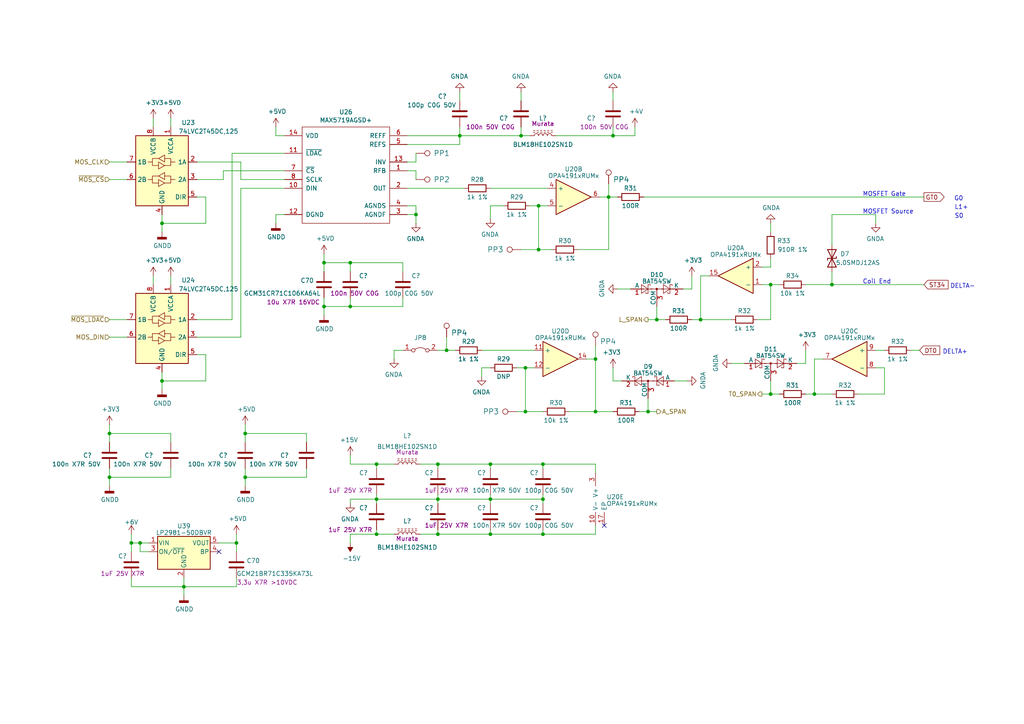
<source format=kicad_sch>
(kicad_sch (version 20230121) (generator eeschema)
  (paper "A4")
  (junction (at 223.52 114.3))
  (junction (at 156.21 72.39))
  (junction (at 236.22 114.3))
  (junction (at 46.99 64.77))
  (junction (at 129.54 101.6))
  (junction (at 172.72 119.38))
  (junction (at 31.75 125.73))
  (junction (at 127 134.62))
  (junction (at 190.5 92.71))
  (junction (at 109.22 144.78))
  (junction (at 172.72 104.14))
  (junction (at 101.6 88.9))
  (junction (at 71.12 138.43))
  (junction (at 31.75 138.43))
  (junction (at 142.24 144.78))
  (junction (at 109.22 134.62))
  (junction (at 40.64 157.48))
  (junction (at 157.48 134.62))
  (junction (at 223.52 82.55))
  (junction (at 142.24 154.94))
  (junction (at 68.58 157.48))
  (junction (at 53.34 170.18))
  (junction (at 93.98 76.2))
  (junction (at 157.48 154.94))
  (junction (at 177.8 39.37))
  (junction (at 127 154.94))
  (junction (at 187.96 119.38))
  (junction (at 93.98 88.9))
  (junction (at 176.53 57.15))
  (junction (at 46.99 110.49))
  (junction (at 109.22 154.94))
  (junction (at 157.48 144.78))
  (junction (at 142.24 134.62))
  (junction (at 152.4 106.68))
  (junction (at 38.1 157.48))
  (junction (at 203.2 92.71))
  (junction (at 101.6 76.2))
  (junction (at 151.13 39.37))
  (junction (at 120.65 62.23))
  (junction (at 127 144.78))
  (junction (at 133.35 39.37))
  (junction (at 152.4 119.38))
  (junction (at 71.12 125.73))
  (junction (at 241.3 82.55))
  (junction (at 156.21 59.69))
  (no_connect (at 175.26 152.4))
  (no_connect (at 63.5 160.02))
  (wire (pts (xy 36.83 92.71) (xy 31.75 92.71)))
  (wire (pts (xy 101.6 76.2) (xy 93.98 76.2)))
  (wire (pts (xy 118.11 49.53) (xy 120.65 49.53)))
  (wire (pts (xy 223.52 92.71) (xy 223.52 82.55)))
  (wire (pts (xy 127 134.62) (xy 121.92 134.62)))
  (wire (pts (xy 223.52 82.55) (xy 226.06 82.55)))
  (wire (pts (xy 256.54 106.68) (xy 254 106.68)))
  (wire (pts (xy 93.98 88.9) (xy 93.98 86.36)))
  (wire (pts (xy 71.12 125.73) (xy 71.12 123.19)))
  (wire (pts (xy 142.24 134.62) (xy 127 134.62)))
  (wire (pts (xy 64.77 52.07) (xy 57.15 52.07)))
  (wire (pts (xy 184.15 36.83) (xy 184.15 39.37)))
  (wire (pts (xy 109.22 154.94) (xy 114.3 154.94)))
  (wire (pts (xy 46.99 110.49) (xy 59.69 110.49)))
  (wire (pts (xy 46.99 67.31) (xy 46.99 64.77)))
  (wire (pts (xy 31.75 138.43) (xy 31.75 135.89)))
  (wire (pts (xy 68.58 170.18) (xy 68.58 167.64)))
  (wire (pts (xy 38.1 167.64) (xy 38.1 170.18)))
  (wire (pts (xy 49.53 125.73) (xy 31.75 125.73)))
  (wire (pts (xy 109.22 135.89) (xy 109.22 134.62)))
  (wire (pts (xy 241.3 114.3) (xy 236.22 114.3)))
  (wire (pts (xy 146.05 59.69) (xy 142.24 59.69)))
  (wire (pts (xy 88.9 138.43) (xy 88.9 135.89)))
  (wire (pts (xy 142.24 59.69) (xy 142.24 63.5)))
  (wire (pts (xy 142.24 135.89) (xy 142.24 134.62)))
  (wire (pts (xy 82.55 52.07) (xy 69.85 52.07)))
  (wire (pts (xy 120.65 49.53) (xy 120.65 52.07)))
  (wire (pts (xy 176.53 57.15) (xy 173.99 57.15)))
  (wire (pts (xy 40.64 160.02) (xy 40.64 157.48)))
  (wire (pts (xy 200.66 92.71) (xy 203.2 92.71)))
  (wire (pts (xy 120.65 46.99) (xy 120.65 44.45)))
  (wire (pts (xy 129.54 101.6) (xy 132.08 101.6)))
  (wire (pts (xy 118.11 41.91) (xy 133.35 41.91)))
  (wire (pts (xy 223.52 92.71) (xy 219.71 92.71)))
  (wire (pts (xy 158.75 54.61) (xy 142.24 54.61)))
  (wire (pts (xy 200.66 83.82) (xy 198.12 83.82)))
  (wire (pts (xy 133.35 39.37) (xy 133.35 36.83)))
  (wire (pts (xy 129.54 101.6) (xy 129.54 97.79)))
  (wire (pts (xy 172.72 134.62) (xy 172.72 137.16)))
  (wire (pts (xy 118.11 62.23) (xy 120.65 62.23)))
  (wire (pts (xy 71.12 140.97) (xy 71.12 138.43)))
  (wire (pts (xy 71.12 138.43) (xy 71.12 135.89)))
  (wire (pts (xy 127 144.78) (xy 142.24 144.78)))
  (wire (pts (xy 127 154.94) (xy 142.24 154.94)))
  (wire (pts (xy 67.31 44.45) (xy 82.55 44.45)))
  (wire (pts (xy 156.21 59.69) (xy 153.67 59.69)))
  (wire (pts (xy 152.4 119.38) (xy 152.4 106.68)))
  (wire (pts (xy 142.24 153.67) (xy 142.24 154.94)))
  (wire (pts (xy 53.34 172.72) (xy 53.34 170.18)))
  (wire (pts (xy 121.92 154.94) (xy 127 154.94)))
  (wire (pts (xy 172.72 119.38) (xy 172.72 104.14)))
  (wire (pts (xy 101.6 154.94) (xy 109.22 154.94)))
  (wire (pts (xy 233.68 82.55) (xy 241.3 82.55)))
  (wire (pts (xy 109.22 153.67) (xy 109.22 154.94)))
  (wire (pts (xy 101.6 157.48) (xy 101.6 154.94)))
  (wire (pts (xy 31.75 97.79) (xy 36.83 97.79)))
  (wire (pts (xy 69.85 46.99) (xy 57.15 46.99)))
  (wire (pts (xy 116.84 76.2) (xy 101.6 76.2)))
  (wire (pts (xy 44.45 34.29) (xy 44.45 36.83)))
  (wire (pts (xy 80.01 62.23) (xy 82.55 62.23)))
  (wire (pts (xy 172.72 152.4) (xy 172.72 154.94)))
  (wire (pts (xy 157.48 144.78) (xy 157.48 143.51)))
  (wire (pts (xy 142.24 106.68) (xy 139.7 106.68)))
  (wire (pts (xy 118.11 59.69) (xy 120.65 59.69)))
  (wire (pts (xy 57.15 92.71) (xy 67.31 92.71)))
  (wire (pts (xy 254 101.6) (xy 256.54 101.6)))
  (wire (pts (xy 31.75 140.97) (xy 31.75 138.43)))
  (wire (pts (xy 190.5 119.38) (xy 187.96 119.38)))
  (wire (pts (xy 254 62.23) (xy 241.3 62.23)))
  (wire (pts (xy 68.58 157.48) (xy 63.5 157.48)))
  (wire (pts (xy 177.8 39.37) (xy 184.15 39.37)))
  (wire (pts (xy 152.4 119.38) (xy 149.86 119.38)))
  (wire (pts (xy 40.64 157.48) (xy 43.18 157.48)))
  (wire (pts (xy 236.22 104.14) (xy 238.76 104.14)))
  (wire (pts (xy 127 101.6) (xy 129.54 101.6)))
  (wire (pts (xy 139.7 106.68) (xy 139.7 109.22)))
  (wire (pts (xy 64.77 49.53) (xy 64.77 52.07)))
  (wire (pts (xy 82.55 54.61) (xy 69.85 54.61)))
  (wire (pts (xy 152.4 106.68) (xy 154.94 106.68)))
  (wire (pts (xy 133.35 39.37) (xy 118.11 39.37)))
  (wire (pts (xy 46.99 110.49) (xy 46.99 107.95)))
  (wire (pts (xy 186.69 57.15) (xy 267.97 57.15)))
  (wire (pts (xy 109.22 134.62) (xy 114.3 134.62)))
  (wire (pts (xy 241.3 82.55) (xy 267.97 82.55)))
  (wire (pts (xy 46.99 64.77) (xy 59.69 64.77)))
  (wire (pts (xy 127 143.51) (xy 127 144.78)))
  (wire (pts (xy 212.09 105.41) (xy 215.9 105.41)))
  (wire (pts (xy 38.1 170.18) (xy 53.34 170.18)))
  (wire (pts (xy 67.31 44.45) (xy 67.31 92.71)))
  (wire (pts (xy 167.64 72.39) (xy 176.53 72.39)))
  (wire (pts (xy 80.01 39.37) (xy 80.01 36.83)))
  (wire (pts (xy 31.75 138.43) (xy 49.53 138.43)))
  (wire (pts (xy 256.54 114.3) (xy 256.54 106.68)))
  (wire (pts (xy 165.1 119.38) (xy 172.72 119.38)))
  (wire (pts (xy 177.8 29.21) (xy 177.8 26.67)))
  (wire (pts (xy 179.07 83.82) (xy 182.88 83.82)))
  (wire (pts (xy 109.22 144.78) (xy 127 144.78)))
  (wire (pts (xy 157.48 153.67) (xy 157.48 154.94)))
  (wire (pts (xy 203.2 92.71) (xy 203.2 80.01)))
  (wire (pts (xy 233.68 101.6) (xy 233.68 105.41)))
  (wire (pts (xy 93.98 76.2) (xy 93.98 73.66)))
  (wire (pts (xy 254 62.23) (xy 254 64.77)))
  (wire (pts (xy 43.18 160.02) (xy 40.64 160.02)))
  (wire (pts (xy 152.4 106.68) (xy 149.86 106.68)))
  (wire (pts (xy 157.48 144.78) (xy 142.24 144.78)))
  (wire (pts (xy 120.65 64.77) (xy 120.65 62.23)))
  (wire (pts (xy 109.22 143.51) (xy 109.22 144.78)))
  (wire (pts (xy 172.72 104.14) (xy 172.72 100.33)))
  (wire (pts (xy 59.69 110.49) (xy 59.69 102.87)))
  (wire (pts (xy 101.6 78.74) (xy 101.6 76.2)))
  (wire (pts (xy 101.6 88.9) (xy 116.84 88.9)))
  (wire (pts (xy 151.13 39.37) (xy 133.35 39.37)))
  (wire (pts (xy 177.8 39.37) (xy 177.8 36.83)))
  (wire (pts (xy 31.75 46.99) (xy 36.83 46.99)))
  (wire (pts (xy 157.48 134.62) (xy 172.72 134.62)))
  (wire (pts (xy 93.98 76.2) (xy 93.98 78.74)))
  (wire (pts (xy 127 135.89) (xy 127 134.62)))
  (wire (pts (xy 53.34 170.18) (xy 68.58 170.18)))
  (wire (pts (xy 127 146.05) (xy 127 144.78)))
  (wire (pts (xy 38.1 157.48) (xy 40.64 157.48)))
  (wire (pts (xy 223.52 67.31) (xy 223.52 64.77)))
  (wire (pts (xy 82.55 39.37) (xy 80.01 39.37)))
  (wire (pts (xy 187.96 119.38) (xy 185.42 119.38)))
  (wire (pts (xy 36.83 52.07) (xy 31.75 52.07)))
  (wire (pts (xy 187.96 92.71) (xy 190.5 92.71)))
  (wire (pts (xy 212.09 92.71) (xy 203.2 92.71)))
  (wire (pts (xy 200.66 80.01) (xy 200.66 83.82)))
  (wire (pts (xy 151.13 29.21) (xy 151.13 26.67)))
  (wire (pts (xy 152.4 119.38) (xy 157.48 119.38)))
  (wire (pts (xy 114.3 101.6) (xy 114.3 104.14)))
  (wire (pts (xy 68.58 154.94) (xy 68.58 157.48)))
  (wire (pts (xy 133.35 29.21) (xy 133.35 26.67)))
  (wire (pts (xy 88.9 128.27) (xy 88.9 125.73)))
  (wire (pts (xy 116.84 101.6) (xy 114.3 101.6)))
  (wire (pts (xy 176.53 57.15) (xy 176.53 53.34)))
  (wire (pts (xy 176.53 72.39) (xy 176.53 57.15)))
  (wire (pts (xy 142.24 144.78) (xy 142.24 143.51)))
  (wire (pts (xy 38.1 160.02) (xy 38.1 157.48)))
  (wire (pts (xy 109.22 144.78) (xy 109.22 146.05)))
  (wire (pts (xy 118.11 46.99) (xy 120.65 46.99)))
  (wire (pts (xy 101.6 134.62) (xy 109.22 134.62)))
  (wire (pts (xy 31.75 128.27) (xy 31.75 125.73)))
  (wire (pts (xy 53.34 167.64) (xy 53.34 170.18)))
  (wire (pts (xy 101.6 146.05) (xy 101.6 144.78)))
  (wire (pts (xy 80.01 64.77) (xy 80.01 62.23)))
  (wire (pts (xy 38.1 154.94) (xy 38.1 157.48)))
  (wire (pts (xy 172.72 104.14) (xy 170.18 104.14)))
  (wire (pts (xy 203.2 80.01) (xy 205.74 80.01)))
  (wire (pts (xy 190.5 88.9) (xy 190.5 92.71)))
  (wire (pts (xy 223.52 82.55) (xy 220.98 82.55)))
  (wire (pts (xy 93.98 88.9) (xy 101.6 88.9)))
  (wire (pts (xy 133.35 41.91) (xy 133.35 39.37)))
  (wire (pts (xy 68.58 160.02) (xy 68.58 157.48)))
  (wire (pts (xy 233.68 114.3) (xy 236.22 114.3)))
  (wire (pts (xy 57.15 97.79) (xy 69.85 97.79)))
  (wire (pts (xy 49.53 80.01) (xy 49.53 82.55)))
  (wire (pts (xy 157.48 146.05) (xy 157.48 144.78)))
  (wire (pts (xy 220.98 77.47) (xy 223.52 77.47)))
  (wire (pts (xy 223.52 110.49) (xy 223.52 114.3)))
  (wire (pts (xy 116.84 88.9) (xy 116.84 86.36)))
  (wire (pts (xy 59.69 102.87) (xy 57.15 102.87)))
  (wire (pts (xy 241.3 71.12) (xy 241.3 62.23)))
  (wire (pts (xy 156.21 59.69) (xy 158.75 59.69)))
  (wire (pts (xy 88.9 125.73) (xy 71.12 125.73)))
  (wire (pts (xy 157.48 134.62) (xy 157.48 135.89)))
  (wire (pts (xy 172.72 119.38) (xy 177.8 119.38)))
  (wire (pts (xy 142.24 154.94) (xy 157.48 154.94)))
  (wire (pts (xy 139.7 101.6) (xy 154.94 101.6)))
  (wire (pts (xy 82.55 49.53) (xy 64.77 49.53)))
  (wire (pts (xy 116.84 78.74) (xy 116.84 76.2)))
  (wire (pts (xy 177.8 106.68) (xy 177.8 110.49)))
  (wire (pts (xy 101.6 88.9) (xy 101.6 86.36)))
  (wire (pts (xy 59.69 64.77) (xy 59.69 57.15)))
  (wire (pts (xy 46.99 64.77) (xy 46.99 62.23)))
  (wire (pts (xy 223.52 77.47) (xy 223.52 74.93)))
  (wire (pts (xy 59.69 57.15) (xy 57.15 57.15)))
  (wire (pts (xy 49.53 138.43) (xy 49.53 135.89)))
  (wire (pts (xy 199.39 110.49) (xy 195.58 110.49)))
  (wire (pts (xy 156.21 72.39) (xy 151.13 72.39)))
  (wire (pts (xy 179.07 57.15) (xy 176.53 57.15)))
  (wire (pts (xy 69.85 97.79) (xy 69.85 54.61)))
  (wire (pts (xy 156.21 72.39) (xy 160.02 72.39)))
  (wire (pts (xy 264.16 101.6) (xy 266.7 101.6)))
  (wire (pts (xy 101.6 144.78) (xy 109.22 144.78)))
  (wire (pts (xy 220.98 114.3) (xy 223.52 114.3)))
  (wire (pts (xy 161.29 39.37) (xy 177.8 39.37)))
  (wire (pts (xy 223.52 114.3) (xy 226.06 114.3)))
  (wire (pts (xy 69.85 52.07) (xy 69.85 46.99)))
  (wire (pts (xy 120.65 62.23) (xy 120.65 59.69)))
  (wire (pts (xy 44.45 80.01) (xy 44.45 82.55)))
  (wire (pts (xy 187.96 115.57) (xy 187.96 119.38)))
  (wire (pts (xy 49.53 128.27) (xy 49.53 125.73)))
  (wire (pts (xy 46.99 113.03) (xy 46.99 110.49)))
  (wire (pts (xy 151.13 39.37) (xy 151.13 36.83)))
  (wire (pts (xy 71.12 128.27) (xy 71.12 125.73)))
  (wire (pts (xy 190.5 92.71) (xy 193.04 92.71)))
  (wire (pts (xy 93.98 91.44) (xy 93.98 88.9)))
  (wire (pts (xy 142.24 144.78) (xy 142.24 146.05)))
  (wire (pts (xy 127 153.67) (xy 127 154.94)))
  (wire (pts (xy 177.8 110.49) (xy 180.34 110.49)))
  (wire (pts (xy 157.48 154.94) (xy 172.72 154.94)))
  (wire (pts (xy 153.67 39.37) (xy 151.13 39.37)))
  (wire (pts (xy 233.68 105.41) (xy 231.14 105.41)))
  (wire (pts (xy 101.6 132.08) (xy 101.6 134.62)))
  (wire (pts (xy 31.75 125.73) (xy 31.75 123.19)))
  (wire (pts (xy 71.12 138.43) (xy 88.9 138.43)))
  (wire (pts (xy 241.3 78.74) (xy 241.3 82.55)))
  (wire (pts (xy 49.53 34.29) (xy 49.53 36.83)))
  (wire (pts (xy 248.92 114.3) (xy 256.54 114.3)))
  (wire (pts (xy 134.62 54.61) (xy 118.11 54.61)))
  (wire (pts (xy 236.22 114.3) (xy 236.22 104.14)))
  (wire (pts (xy 156.21 72.39) (xy 156.21 59.69)))
  (wire (pts (xy 142.24 134.62) (xy 157.48 134.62)))
  (text "MOSFET Gate" (at 250.19 57.15 0) (effects (font (size 1.27 1.27)) (justify left bottom)))
  (text "MOSFET Source" (at 250.19 62.23 0) (effects (font (size 1.27 1.27)) (justify left bottom)))
  (text "G0" (at 279.4 58.42 0) (effects (font (size 1.27 1.27)) (justify right bottom)))
  (text "L1+" (at 276.86 60.96 0) (effects (font (size 1.27 1.27)) (justify left bottom)))
  (text "DELTA-" (at 275.59 83.82 0) (effects (font (size 1.27 1.27)) (justify left bottom)))
  (text "DELTA+" (at 280.67 102.87 0) (effects (font (size 1.27 1.27)) (justify right bottom)))
  (text "Coil End" (at 250.19 82.55 0) (effects (font (size 1.27 1.27)) (justify left bottom)))
  (text "S0" (at 276.86 63.5 0) (effects (font (size 1.27 1.27)) (justify left bottom)))
  (global_label "GT0" (shape output) (at 267.97 57.15 0) (property "Intersheetrefs" "${INTERSHEET_REFS}" (effects hide)))
  (global_label "DT0" (shape input) (at 266.7 101.6 0) (property "Intersheetrefs" "${INTERSHEET_REFS}" (effects hide)))
  (global_label "ST34" (shape input) (at 267.97 82.55 0) (property "Intersheetrefs" "${INTERSHEET_REFS}" (effects hide)))
  (hierarchical_label "MOS_DIN" (shape input) (at 31.75 97.79 180))
  (hierarchical_label "MOS_CLK" (shape input) (at 31.75 46.99 180))
  (hierarchical_label "A_SPAN" (shape output) (at 190.5 119.38 0))
  (hierarchical_label "T0_SPAN" (shape output) (at 220.98 114.3 180))
  (hierarchical_label "L_SPAN" (shape output) (at 187.96 92.71 180))
  (hierarchical_label "~{MOS_LDAC}" (shape input) (at 31.75 92.71 180))
  (hierarchical_label "~{MOS_CS}" (shape input) (at 31.75 52.07 180))
  (symbol (lib_id "Device:R") (at 138.43 54.61 270) (unit 1)
    (property "Reference" "R28" (at 138.43 52.07 90))
    (property "Value" "1k 1%" (at 138.43 57.15 90))
    (property "Footprint" "ff_lib_7:R_0603_ff" (effects hide))
  )
  (symbol (lib_id "Logic_LevelTranslator:74LVC2T45DC") (at 46.99 49.53 0) (mirror y) (unit 1)
    (property "Reference" "U23" (at 54.61 35.56 0))
    (property "Value" "74LVC2T45DC,125 " (at 60.96 38.1 0))
    (property "Footprint" "Package_SO:VSSOP-8_2.3x2mm_P0.5mm" (effects hide))
    (property "Datasheet" "https://assets.nexperia.com/documents/data-sheet/74LVC_LVCH2T45.pdf" (effects hide))
  )
  (symbol (lib_id "power:GNDD") (at 46.99 67.31 0) (unit 1)
    (property "Reference" "#PWR095" (effects hide))
    (property "Value" "GNDD" (at 47.117 71.2724 0))
  )
  (symbol (lib_id "power:+3V3") (at 44.45 34.29 0) (unit 1)
    (property "Reference" "#PWR092" (effects hide))
    (property "Value" "+3V3" (at 44.831 29.7942 0))
  )
  (symbol (lib_id "Logic_LevelTranslator:74LVC2T45DC") (at 46.99 95.25 0) (mirror y) (unit 1)
    (property "Reference" "U24" (at 54.61 81.28 0))
    (property "Value" "74LVC2T45DC,125 " (at 60.96 83.82 0))
    (property "Footprint" "Package_SO:VSSOP-8_2.3x2mm_P0.5mm" (effects hide))
    (property "Datasheet" "https://assets.nexperia.com/documents/data-sheet/74LVC_LVCH2T45.pdf" (effects hide))
  )
  (symbol (lib_id "power:GNDD") (at 46.99 113.03 0) (unit 1)
    (property "Reference" "#PWR096" (effects hide))
    (property "Value" "GNDD" (at 47.117 116.9924 0))
  )
  (symbol (lib_id "power:+3V3") (at 44.45 80.01 0) (unit 1)
    (property "Reference" "#PWR093" (effects hide))
    (property "Value" "+3V3" (at 44.831 75.5142 0))
  )
  (symbol (lib_id "ff:MAX5719AGSD+") (at 100.33 49.53 0) (unit 1)
    (property "Reference" "U26" (at 100.33 32.4866 0))
    (property "Value" "MAX5719AGSD+" (at 100.33 34.8488 0))
    (property "Footprint" "Package_SO:SOIC-14_3.9x8.7mm_P1.27mm" (effects hide))
    (property "Datasheet" "https://datasheets.maximintegrated.com/en/ds/MAX5717-MAX5719.pdf" (effects hide))
  )
  (symbol (lib_id "power:GNDD") (at 80.01 64.77 0) (unit 1)
    (property "Reference" "#PWR0104" (effects hide))
    (property "Value" "GNDD" (at 80.137 68.7324 0))
  )
  (symbol (lib_id "power:+3V3") (at 31.75 123.19 0) (unit 1)
    (property "Reference" "#PWR090" (effects hide))
    (property "Value" "+3V3" (at 32.131 118.6942 0))
    (instances (project "c100AvA" (path "" (reference "#PWR090") (unit 1)) (path "" (reference "#PWR?") (unit 1))) (project "current3x3A_Artiq" (path "" (reference "#PWR090") (unit 1))))
  )
  (symbol (lib_id "power:GNDD") (at 31.75 140.97 0) (unit 1)
    (property "Reference" "#PWR091" (effects hide))
    (property "Value" "GNDD" (at 31.877 144.9324 0))
    (instances (project "c100AvA" (path "" (reference "#PWR091") (unit 1)) (path "" (reference "#PWR?") (unit 1))) (project "current3x3A_Artiq" (path "" (reference "#PWR091") (unit 1))))
  )
  (symbol (lib_id "Device:C") (at 31.75 132.08 180) (unit 1)
    (property "Reference" "C?" (at 26.67 132.08 0) (effects (justify left)))
    (property "Value" "100n X7R 50V" (at 29.21 134.62 0) (effects (justify left)))
    (property "Footprint" "Capacitor_SMD:C_0603_1608Metric" (effects hide))
    (instances (project "c100AvA" (path "" (reference "C?") (unit 1)) (path "" (reference "C64") (unit 1)) (path "" (reference "C?") (unit 1)) (path "" (reference "C?") (unit 1))) (project "current3x3A_Artiq" (path "" (reference "C?") (unit 1))))
  )
  (symbol (lib_id "power:+5VD") (at 49.53 34.29 0) (unit 1)
    (property "Reference" "#PWR097" (effects hide))
    (property "Value" "+5VD" (at 49.911 29.7942 0))
  )
  (symbol (lib_id "power:+5VD") (at 49.53 80.01 0) (unit 1)
    (property "Reference" "#PWR098" (effects hide))
    (property "Value" "+5VD" (at 49.911 75.5142 0))
  )
  (symbol (lib_id "Device:C") (at 109.22 139.7 0) (unit 1)
    (property "Reference" "C?" (at 104.14 137.16 0) (effects (justify left)))
    (property "Value" "GCM188R71E105KA64J" (effects hide))
    (property "Footprint" "Capacitor_SMD:C_0603_1608Metric" (effects hide))
    (property "Comm" "1uF 25V X7R" (at 101.6 142.24 0))
    (instances (project "c100AvA" (path "" (reference "C?") (unit 1)) (path "" (reference "C72") (unit 1)) (path "" (reference "C?") (unit 1))) (project "current3x3A_Artiq" (path "" (reference "C?") (unit 1))))
  )
  (symbol (lib_id "Device:C") (at 109.22 149.86 0) (mirror x) (unit 1)
    (property "Reference" "C?" (at 104.14 147.32 0) (effects (justify left)))
    (property "Value" "GCM188R71E105KA64J" (effects hide))
    (property "Footprint" "Capacitor_SMD:C_0603_1608Metric" (effects hide))
    (property "Comm" "1uF 25V X7R" (at 101.6 153.67 0))
    (instances (project "c100AvA" (path "" (reference "C?") (unit 1)) (path "" (reference "C73") (unit 1)) (path "" (reference "C?") (unit 1))) (project "current3x3A_Artiq" (path "" (reference "C?") (unit 1))))
  )
  (symbol (lib_id "power:GNDA") (at 101.6 146.05 0) (mirror y) (unit 1)
    (property "Reference" "#PWR?" (effects hide))
    (property "Value" "GNDA" (at 101.473 150.5458 0))
    (instances (project "c100AvA" (path "" (reference "#PWR?") (unit 1)) (path "" (reference "#PWR0108") (unit 1)) (path "" (reference "#PWR?") (unit 1))) (project "current3x3A_Artiq" (path "" (reference "#PWR?") (unit 1))))
  )
  (symbol (lib_id "power:+15V") (at 101.6 132.08 0) (mirror y) (unit 1)
    (property "Reference" "#PWR?" (effects hide))
    (property "Value" "+15V" (at 101.219 127.5842 0))
    (instances (project "c100AvA" (path "" (reference "#PWR?") (unit 1)) (path "" (reference "#PWR0107") (unit 1)) (path "" (reference "#PWR?") (unit 1))) (project "current3x3A_Artiq" (path "" (reference "#PWR?") (unit 1))))
  )
  (symbol (lib_id "power:-15V") (at 101.6 157.48 0) (mirror x) (unit 1)
    (property "Reference" "#PWR?" (effects hide))
    (property "Value" "-15V" (at 101.981 161.9758 0))
    (instances (project "c100AvA" (path "" (reference "#PWR?") (unit 1)) (path "" (reference "#PWR0109") (unit 1)) (path "" (reference "#PWR?") (unit 1))) (project "current3x3A_Artiq" (path "" (reference "#PWR?") (unit 1))))
  )
  (symbol (lib_id "Device:C") (at 151.13 33.02 0) (mirror x) (unit 1)
    (property "Reference" "C?" (at 144.78 34.29 0) (effects (justify left)))
    (property "Value" "GRM31C5C1H104JA01L" (effects hide))
    (property "Footprint" "Capacitor_SMD:C_1206_3216Metric" (effects hide))
    (property "Comm" "100n 50V C0G" (at 142.24 36.83 0))
    (instances (project "c100AvA" (path "" (reference "C?") (unit 1)) (path "" (reference "C80") (unit 1)) (path "" (reference "C?") (unit 1)) (path "" (reference "C?") (unit 1))) (project "current3x3A_Artiq" (path "" (reference "C?") (unit 1))))
  )
  (symbol (lib_id "Device:C") (at 133.35 33.02 0) (unit 1)
    (property "Reference" "C?" (at 127 27.94 0) (effects (justify left)))
    (property "Value" "100p C0G 50V" (at 118.11 30.48 0) (effects (justify left)))
    (property "Footprint" "Capacitor_SMD:C_0603_1608Metric" (effects hide))
    (instances (project "c100AvA" (path "" (reference "C?") (unit 1)) (path "" (reference "C75") (unit 1)) (path "" (reference "C?") (unit 1)) (path "" (reference "C?") (unit 1))) (project "current3x3A_Artiq" (path "" (reference "C?") (unit 1))))
  )
  (symbol (lib_id "power:GNDA") (at 151.13 26.67 180) (unit 1)
    (property "Reference" "#PWR0113" (effects hide))
    (property "Value" "GNDA" (at 151.003 22.1742 0))
  )
  (symbol (lib_id "power:GNDA") (at 133.35 26.67 180) (unit 1)
    (property "Reference" "#PWR0111" (effects hide))
    (property "Value" "GNDA" (at 133.223 22.1742 0))
  )
  (symbol (lib_id "Device:C") (at 177.8 33.02 0) (mirror x) (unit 1)
    (property "Reference" "C?" (at 170.18 34.29 0) (effects (justify left)))
    (property "Value" "GRM31C5C1H104JA01L" (effects hide))
    (property "Footprint" "Capacitor_SMD:C_1206_3216Metric" (effects hide))
    (property "Comm" "100n 50V C0G" (at 175.26 36.83 0))
    (instances (project "c100AvA" (path "" (reference "C?") (unit 1)) (path "" (reference "C84") (unit 1)) (path "" (reference "C?") (unit 1)) (path "" (reference "C?") (unit 1))) (project "current3x3A_Artiq" (path "" (reference "C?") (unit 1))))
  )
  (symbol (lib_id "power:GNDA") (at 177.8 26.67 180) (unit 1)
    (property "Reference" "#PWR0115" (effects hide))
    (property "Value" "GNDA" (at 177.673 22.1742 0))
  )
  (symbol (lib_id "power:+4V") (at 184.15 36.83 0) (unit 1)
    (property "Reference" "#PWR0116" (effects hide))
    (property "Value" "+4V" (at 184.531 32.3342 0))
  )
  (symbol (lib_id "power:GNDA") (at 120.65 64.77 0) (mirror y) (unit 1)
    (property "Reference" "#PWR0110" (effects hide))
    (property "Value" "GNDA" (at 120.523 69.2658 0))
  )
  (symbol (lib_id "Device:R") (at 163.83 72.39 270) (unit 1)
    (property "Reference" "R30" (at 163.83 69.85 90))
    (property "Value" "1k 1%" (at 163.83 74.93 90))
    (property "Footprint" "ff_lib_7:R_0603_ff" (effects hide))
  )
  (symbol (lib_id "Device:R") (at 149.86 59.69 270) (unit 1)
    (property "Reference" "R29" (at 149.86 57.15 90))
    (property "Value" "1k 1%" (at 149.86 62.23 90))
    (property "Footprint" "ff_lib_7:R_0603_ff" (effects hide))
  )
  (symbol (lib_id "power:GNDA") (at 142.24 63.5 0) (mirror y) (unit 1)
    (property "Reference" "#PWR?" (effects hide))
    (property "Value" "GNDA" (at 142.113 67.9958 0))
    (instances (project "c100AvA" (path "" (reference "#PWR?") (unit 1)) (path "" (reference "#PWR0112") (unit 1)) (path "" (reference "#PWR?") (unit 1))) (project "current3x3A_Artiq" (path "" (reference "#PWR?") (unit 1))))
  )
  (symbol (lib_id "Device:C") (at 49.53 132.08 180) (unit 1)
    (property "Reference" "C?" (at 44.45 132.08 0) (effects (justify left)))
    (property "Value" "100n X7R 50V" (at 46.99 134.62 0) (effects (justify left)))
    (property "Footprint" "Capacitor_SMD:C_0603_1608Metric" (effects hide))
    (instances (project "c100AvA" (path "" (reference "C?") (unit 1)) (path "" (reference "C66") (unit 1)) (path "" (reference "C?") (unit 1)) (path "" (reference "C?") (unit 1))) (project "current3x3A_Artiq" (path "" (reference "C?") (unit 1))))
  )
  (symbol (lib_id "Device:R") (at 215.9 92.71 90) (mirror x) (unit 1)
    (property "Reference" "R32" (at 215.9 90.17 90))
    (property "Value" "1k 1%" (at 215.9 95.25 90))
    (property "Footprint" "ff_lib_7:R_0603_ff" (effects hide))
  )
  (symbol (lib_id "Device:R") (at 182.88 57.15 270) (unit 1)
    (property "Reference" "R31" (at 182.88 54.61 90))
    (property "Value" "100R" (at 182.88 59.69 90))
    (property "Footprint" "Resistor_SMD:R_0805_2012Metric" (effects hide))
  )
  (symbol (lib_id "Device:D_TVS") (at 241.3 74.93 90) (mirror x) (unit 1)
    (property "Reference" "D7" (at 246.38 73.66 90) (effects (justify left)))
    (property "Value" "5.0SMDJ12AS" (at 255.27 76.2 90) (effects (justify left)))
    (property "Footprint" "Diode_SMD:D_SMC" (effects hide))
  )
  (symbol (lib_id "power:GNDA") (at 254 64.77 0) (mirror y) (unit 1)
    (property "Reference" "#PWR0118" (effects hide))
    (property "Value" "GNDA" (at 253.873 69.2658 0))
  )
  (symbol (lib_id "Device:R") (at 229.87 82.55 90) (mirror x) (unit 1)
    (property "Reference" "R34" (at 229.87 80.01 90))
    (property "Value" "10k 1%" (at 229.87 85.09 90))
    (property "Footprint" "ff_lib_7:R_0603_ff" (effects hide))
  )
  (symbol (lib_id "Device:C") (at 142.24 149.86 180) (unit 1)
    (property "Reference" "C?" (at 140.97 147.32 0) (effects (justify left)))
    (property "Value" "100n X7R 50V" (at 151.13 152.4 0) (effects (justify left)))
    (property "Footprint" "Capacitor_SMD:C_0603_1608Metric" (effects hide))
    (instances (project "c100AvA" (path "" (reference "C?") (unit 1)) (path "" (reference "C79") (unit 1)) (path "" (reference "C?") (unit 1)) (path "" (reference "C?") (unit 1))) (project "current3x3A_Artiq" (path "" (reference "C?") (unit 1))))
  )
  (symbol (lib_id "Device:C") (at 142.24 139.7 180) (unit 1)
    (property "Reference" "C?" (at 140.97 137.16 0) (effects (justify left)))
    (property "Value" "100n X7R 50V" (at 151.13 142.24 0) (effects (justify left)))
    (property "Footprint" "Capacitor_SMD:C_0603_1608Metric" (effects hide))
    (instances (project "c100AvA" (path "" (reference "C?") (unit 1)) (path "" (reference "C78") (unit 1)) (path "" (reference "C?") (unit 1)) (path "" (reference "C?") (unit 1))) (project "current3x3A_Artiq" (path "" (reference "C?") (unit 1))))
  )
  (symbol (lib_id "Device:C") (at 157.48 149.86 0) (mirror y) (unit 1)
    (property "Reference" "C?" (at 156.21 147.32 0) (effects (justify left)))
    (property "Value" "100p C0G 50V" (at 166.37 152.4 0) (effects (justify left)))
    (property "Footprint" "Capacitor_SMD:C_0603_1608Metric" (effects hide))
    (instances (project "c100AvA" (path "" (reference "C?") (unit 1)) (path "" (reference "C82") (unit 1)) (path "" (reference "C?") (unit 1)) (path "" (reference "C?") (unit 1))) (project "current3x3A_Artiq" (path "" (reference "C?") (unit 1))))
  )
  (symbol (lib_id "Device:C") (at 157.48 139.7 0) (mirror y) (unit 1)
    (property "Reference" "C?" (at 156.21 137.16 0) (effects (justify left)))
    (property "Value" "100p C0G 50V" (at 166.37 142.24 0) (effects (justify left)))
    (property "Footprint" "Capacitor_SMD:C_0603_1608Metric" (effects hide))
    (instances (project "c100AvA" (path "" (reference "C?") (unit 1)) (path "" (reference "C81") (unit 1)) (path "" (reference "C?") (unit 1)) (path "" (reference "C?") (unit 1))) (project "current3x3A_Artiq" (path "" (reference "C?") (unit 1))))
  )
  (symbol (lib_id "c100AvA-rescue:L_Core_Ferrite-Device") (at 118.11 154.94 270) (mirror x) (unit 1)
    (property "Reference" "L?" (at 118.11 151.13 90))
    (property "Value" "BLM18HE102SN1D" (at 118.11 158.75 90))
    (property "Footprint" "Inductor_SMD:L_0603_1608Metric" (effects hide))
    (property "Comm" "Murata" (at 118.11 156.21 90))
    (instances (project "c100AvA" (path "" (reference "L?") (unit 1)) (path "" (reference "L7") (unit 1)) (path "" (reference "L?") (unit 1))) (project "current3x3A_Artiq" (path "" (reference "L?") (unit 1))))
  )
  (symbol (lib_id "c100AvA-rescue:L_Core_Ferrite-Device") (at 118.11 134.62 270) (mirror x) (unit 1)
    (property "Reference" "L?" (at 118.11 126.4158 90))
    (property "Value" "BLM18HE102SN1D" (at 118.11 129.54 90))
    (property "Footprint" "Inductor_SMD:L_0603_1608Metric" (effects hide))
    (property "Comm" "Murata" (at 118.11 131.1402 90))
    (instances (project "c100AvA" (path "" (reference "L?") (unit 1)) (path "" (reference "L6") (unit 1)) (path "" (reference "L?") (unit 1))) (project "current3x3A_Artiq" (path "" (reference "L?") (unit 1))))
  )
  (symbol (lib_id "c100AvA-rescue:L_Core_Ferrite-Device") (at 157.48 39.37 270) (mirror x) (unit 1)
    (property "Reference" "L?" (at 157.48 34.29 90))
    (property "Value" "BLM18HE102SN1D" (at 157.48 41.91 90))
    (property "Footprint" "Inductor_SMD:L_0603_1608Metric" (effects hide))
    (property "Comm" "Murata" (at 157.48 35.8902 90))
    (instances (project "c100AvA" (path "" (reference "L?") (unit 1)) (path "" (reference "L8") (unit 1)) (path "" (reference "L?") (unit 1))) (project "current3x3A_Artiq" (path "" (reference "L?") (unit 1))))
  )
  (symbol (lib_id "Device:R") (at 223.52 71.12 0) (mirror y) (unit 1)
    (property "Reference" "R33" (at 227.33 69.85 0))
    (property "Value" "910R 1%" (at 229.87 72.39 0))
    (property "Footprint" "ff_lib_7:R_0603_ff" (effects hide))
  )
  (symbol (lib_id "power:GNDA") (at 223.52 64.77 0) (mirror x) (unit 1)
    (property "Reference" "#PWR0117" (effects hide))
    (property "Value" "GNDA" (at 223.647 60.2742 0))
  )
  (symbol (lib_id "Device:C") (at 127 139.7 0) (mirror y) (unit 1)
    (property "Reference" "C?" (at 125.73 137.16 0) (effects (justify left)))
    (property "Value" "GCM188R71E105KA64J" (effects hide))
    (property "Footprint" "Capacitor_SMD:C_0603_1608Metric" (effects hide))
    (property "Comm" "1uF 25V X7R" (at 129.54 142.24 0))
    (instances (project "c100AvA" (path "" (reference "C?") (unit 1)) (path "" (reference "C76") (unit 1)) (path "" (reference "C?") (unit 1)) (path "" (reference "C?") (unit 1))) (project "current3x3A_Artiq" (path "" (reference "C?") (unit 1))))
  )
  (symbol (lib_id "Device:C") (at 127 149.86 0) (mirror y) (unit 1)
    (property "Reference" "C?" (at 125.73 147.32 0) (effects (justify left)))
    (property "Value" "GCM188R71E105KA64J" (effects hide))
    (property "Footprint" "Capacitor_SMD:C_0603_1608Metric" (effects hide))
    (property "Comm" "1uF 25V X7R" (at 129.54 152.4 0))
    (instances (project "c100AvA" (path "" (reference "C?") (unit 1)) (path "" (reference "C77") (unit 1)) (path "" (reference "C?") (unit 1)) (path "" (reference "C?") (unit 1))) (project "current3x3A_Artiq" (path "" (reference "C?") (unit 1))))
  )
  (symbol (lib_id "Connector:TestPoint") (at 151.13 72.39 90) (unit 1)
    (property "Reference" "PP3" (at 146.05 72.39 90) (effects (font (size 1.524 1.524)) (justify left)))
    (property "Value" "PAD" (effects hide))
    (property "Footprint" "TestPoint:TestPoint_THTPad_1.5x1.5mm_Drill0.7mm" (effects hide))
  )
  (symbol (lib_id "Connector:TestPoint") (at 176.53 53.34 0) (unit 1)
    (property "Reference" "PP4" (at 177.8 52.07 0) (effects (font (size 1.524 1.524)) (justify left)))
    (property "Value" "PAD" (effects hide))
    (property "Footprint" "TestPoint:TestPoint_THTPad_1.5x1.5mm_Drill0.7mm" (effects hide))
  )
  (symbol (lib_id "Connector:TestPoint") (at 120.65 44.45 270) (unit 1)
    (property "Reference" "PP1" (at 125.73 44.45 90) (effects (font (size 1.524 1.524)) (justify left)))
    (property "Value" "PAD" (effects hide))
    (property "Footprint" "TestPoint:TestPoint_THTPad_1.5x1.5mm_Drill0.7mm" (effects hide))
  )
  (symbol (lib_id "Connector:TestPoint") (at 120.65 52.07 270) (unit 1)
    (property "Reference" "PP2" (at 125.73 52.07 90) (effects (font (size 1.524 1.524)) (justify left)))
    (property "Value" "PAD" (effects hide))
    (property "Footprint" "TestPoint:TestPoint_THTPad_1.5x1.5mm_Drill0.7mm" (effects hide))
  )
  (symbol (lib_id "Device:C") (at 88.9 132.08 180) (unit 1)
    (property "Reference" "C?" (at 83.82 132.08 0) (effects (justify left)))
    (property "Value" "100n X7R 50V" (at 86.36 134.62 0) (effects (justify left)))
    (property "Footprint" "Capacitor_SMD:C_0603_1608Metric" (effects hide))
    (instances (project "c100AvA" (path "" (reference "C?") (unit 1)) (path "" (reference "C69") (unit 1)) (path "" (reference "C?") (unit 1)) (path "" (reference "C?") (unit 1))) (project "current3x3A_Artiq" (path "" (reference "C?") (unit 1))))
  )
  (symbol (lib_id "Device:C") (at 71.12 132.08 180) (unit 1)
    (property "Reference" "C?" (at 66.04 132.08 0) (effects (justify left)))
    (property "Value" "100n X7R 50V" (at 68.58 134.62 0) (effects (justify left)))
    (property "Footprint" "Capacitor_SMD:C_0603_1608Metric" (effects hide))
    (instances (project "c100AvA" (path "" (reference "C?") (unit 1)) (path "" (reference "C68") (unit 1)) (path "" (reference "C?") (unit 1)) (path "" (reference "C?") (unit 1))) (project "current3x3A_Artiq" (path "" (reference "C?") (unit 1))))
  )
  (symbol (lib_id "power:+5VD") (at 71.12 123.19 0) (unit 1)
    (property "Reference" "#PWR0101" (effects hide))
    (property "Value" "+5VD" (at 71.501 118.6942 0))
  )
  (symbol (lib_id "power:GNDD") (at 71.12 140.97 0) (unit 1)
    (property "Reference" "#PWR0102" (effects hide))
    (property "Value" "GNDD" (at 71.247 144.9324 0))
    (instances (project "c100AvA" (path "" (reference "#PWR0102") (unit 1)) (path "" (reference "#PWR?") (unit 1))) (project "current3x3A_Artiq" (path "" (reference "#PWR0102") (unit 1))))
  )
  (symbol (lib_id "Device:C") (at 116.84 82.55 0) (mirror y) (unit 1)
    (property "Reference" "C?" (at 121.92 80.01 0) (effects (justify left)))
    (property "Value" "100p C0G 50V" (at 125.73 85.09 0) (effects (justify left)))
    (property "Footprint" "Capacitor_SMD:C_0603_1608Metric" (effects hide))
    (instances (project "c100AvA" (path "" (reference "C?") (unit 1)) (path "" (reference "C74") (unit 1)) (path "" (reference "C?") (unit 1)) (path "" (reference "C?") (unit 1))) (project "current3x3A_Artiq" (path "" (reference "C?") (unit 1))))
  )
  (symbol (lib_id "Device:C") (at 101.6 82.55 180) (unit 1)
    (property "Reference" "C?" (at 106.68 80.01 0) (effects (justify left)))
    (property "Value" "GRM31C5C1H104JA01L" (effects hide))
    (property "Footprint" "Capacitor_SMD:C_0603_1608Metric" (effects hide))
    (property "Comm" "100n 50V C0G" (at 102.87 85.09 0))
    (instances (project "c100AvA" (path "" (reference "C?") (unit 1)) (path "" (reference "C71") (unit 1)) (path "" (reference "C?") (unit 1)) (path "" (reference "C?") (unit 1))) (project "current3x3A_Artiq" (path "" (reference "C?") (unit 1))))
  )
  (symbol (lib_id "Device:C") (at 93.98 82.55 0) (mirror y) (unit 1)
    (property "Reference" "C70" (at 91.059 81.3562 0) (effects (justify left)))
    (property "Value" "GCM31CR71C106KA64L " (at 93.98 85.09 0) (effects (justify left)))
    (property "Footprint" "Capacitor_SMD:C_1206_3216Metric" (effects hide))
    (property "Comm" "10u X7R 16VDC" (at 85.09 87.63 0))
    (instances (project "c100AvA" (path "" (reference "C70") (unit 1)) (path "" (reference "C?") (unit 1)) (path "" (reference "C?") (unit 1))) (project "current3x3A_Artiq" (path "" (reference "C70") (unit 1))))
  )
  (symbol (lib_id "power:+5VD") (at 68.58 154.94 0) (unit 1)
    (property "Reference" "#PWR0100" (effects hide))
    (property "Value" "+5VD" (at 68.961 150.4442 0))
  )
  (symbol (lib_id "power:GNDD") (at 53.34 172.72 0) (unit 1)
    (property "Reference" "#PWR099" (effects hide))
    (property "Value" "GNDD" (at 53.467 176.6824 0))
    (instances (project "c100AvA" (path "" (reference "#PWR099") (unit 1)) (path "" (reference "#PWR?") (unit 1))) (project "current3x3A_Artiq" (path "" (reference "#PWR099") (unit 1))))
  )
  (symbol (lib_id "power:+5VD") (at 93.98 73.66 0) (unit 1)
    (property "Reference" "#PWR0105" (effects hide))
    (property "Value" "+5VD" (at 94.361 69.1642 0))
  )
  (symbol (lib_id "power:+5VD") (at 80.01 36.83 0) (unit 1)
    (property "Reference" "#PWR0103" (effects hide))
    (property "Value" "+5VD" (at 80.391 32.3342 0))
  )
  (symbol (lib_id "power:GNDD") (at 93.98 91.44 0) (unit 1)
    (property "Reference" "#PWR0106" (effects hide))
    (property "Value" "GNDD" (at 94.107 95.4024 0))
  )
  (symbol (lib_id "Device:C") (at 38.1 163.83 0) (mirror y) (unit 1)
    (property "Reference" "C?" (at 36.83 161.29 0) (effects (justify left)))
    (property "Value" "GCM188R71E105KA64J" (effects hide))
    (property "Footprint" "Capacitor_SMD:C_0603_1608Metric" (effects hide))
    (property "Comm" "1uF 25V X7R" (at 35.56 166.37 0))
    (instances (project "c100AvA" (path "" (reference "C?") (unit 1)) (path "" (reference "C77") (unit 1)) (path "" (reference "C?") (unit 1)) (path "" (reference "C?") (unit 1))) (project "current3x3A_Artiq" (path "" (reference "C?") (unit 1))))
  )
  (symbol (lib_id "Device:R") (at 161.29 119.38 270) (unit 1)
    (property "Reference" "R30" (at 161.29 116.84 90))
    (property "Value" "10k 1%" (at 161.29 121.92 90))
    (property "Footprint" "ff_lib_7:R_0603_ff" (effects hide))
  )
  (symbol (lib_id "Connector:TestPoint") (at 149.86 119.38 90) (unit 1)
    (property "Reference" "PP3" (at 144.78 119.38 90) (effects (font (size 1.524 1.524)) (justify left)))
    (property "Value" "PAD" (effects hide))
    (property "Footprint" "TestPoint:TestPoint_THTPad_1.5x1.5mm_Drill0.7mm" (effects hide))
  )
  (symbol (lib_id "Regulator_Linear:LP2985-5.0") (at 53.34 160.02 0) (unit 1)
    (property "Reference" "U39" (at 53.34 152.5651 0))
    (property "Value" "LP2981-50DBVR" (at 53.34 154.4861 0))
    (property "Footprint" "Package_TO_SOT_SMD:SOT-23-5" (effects hide))
    (property "Datasheet" "http://www.ti.com/lit/ds/symlink/lp2985.pdf" (effects hide))
  )
  (symbol (lib_id "Device:R") (at 146.05 106.68 270) (unit 1)
    (property "Reference" "R29" (at 146.05 104.14 90))
    (property "Value" "DNP" (at 146.05 109.22 90))
    (property "Footprint" "ff_lib_7:R_0603_ff" (effects hide))
  )
  (symbol (lib_id "power:GNDA") (at 179.07 83.82 270) (mirror x) (unit 1)
    (property "Reference" "#PWR0117" (effects hide))
    (property "Value" "GNDA" (at 174.5742 83.693 0))
  )
  (symbol (lib_id "power:GNDA") (at 139.7 109.22 0) (mirror y) (unit 1)
    (property "Reference" "#PWR?" (effects hide))
    (property "Value" "GNDA" (at 139.573 113.7158 0))
    (instances (project "c100AvA" (path "" (reference "#PWR?") (unit 1)) (path "" (reference "#PWR0112") (unit 1)) (path "" (reference "#PWR?") (unit 1))) (project "current3x3A_Artiq" (path "" (reference "#PWR?") (unit 1))))
  )
  (symbol (lib_id "power:GNDA") (at 199.39 110.49 90) (unit 1)
    (property "Reference" "#PWR0117" (effects hide))
    (property "Value" "GNDA" (at 203.8858 110.363 0))
  )
  (symbol (lib_id "Device:R") (at 181.61 119.38 90) (mirror x) (unit 1)
    (property "Reference" "R31" (at 181.61 116.84 90))
    (property "Value" "100R" (at 181.61 121.92 90))
    (property "Footprint" "Resistor_SMD:R_0805_2012Metric" (effects hide))
  )
  (symbol (lib_id "Device:R") (at 135.89 101.6 270) (unit 1)
    (property "Reference" "R29" (at 135.89 99.06 90))
    (property "Value" "1k 1%" (at 135.89 104.14 90))
    (property "Footprint" "ff_lib_7:R_0603_ff" (effects hide))
  )
  (symbol (lib_id "Connector:TestPoint") (at 129.54 97.79 0) (unit 1)
    (property "Reference" "PP4" (at 130.81 96.52 0) (effects (font (size 1.524 1.524)) (justify left)))
    (property "Value" "PAD" (effects hide))
    (property "Footprint" "TestPoint:TestPoint_THTPad_1.5x1.5mm_Drill0.7mm" (effects hide))
  )
  (symbol (lib_id "power:GNDA") (at 212.09 105.41 270) (mirror x) (unit 1)
    (property "Reference" "#PWR0117" (effects hide))
    (property "Value" "GNDA" (at 207.5942 105.283 0))
  )
  (symbol (lib_id "c100AvA-rescue:+3.3V-power") (at 177.8 106.68 0) (mirror y) (unit 1)
    (property "Reference" "#PWR0125" (effects hide))
    (property "Value" "+3.3V" (at 177.419 102.1842 0))
  )
  (symbol (lib_id "Connector:TestPoint") (at 172.72 100.33 0) (unit 1)
    (property "Reference" "PP4" (at 173.99 99.06 0) (effects (font (size 1.524 1.524)) (justify left)))
    (property "Value" "PAD" (effects hide))
    (property "Footprint" "TestPoint:TestPoint_THTPad_1.5x1.5mm_Drill0.7mm" (effects hide))
  )
  (symbol (lib_id "Diode:BAT54SW") (at 223.52 105.41 0) (unit 1)
    (property "Reference" "D11" (at 223.52 101.2571 0))
    (property "Value" "BAT54SW" (at 223.52 103.1781 0))
    (property "Footprint" "Package_TO_SOT_SMD:SOT-323_SC-70" (effects hide))
    (property "Datasheet" "https://assets.nexperia.com/documents/data-sheet/BAT54W_SER.pdf" (effects hide))
  )
  (symbol (lib_id "Device:R") (at 229.87 114.3 270) (unit 1)
    (property "Reference" "R31" (at 229.87 111.76 90))
    (property "Value" "100R" (at 229.87 116.84 90))
    (property "Footprint" "Resistor_SMD:R_0805_2012Metric" (effects hide))
  )
  (symbol (lib_id "power:+6V") (at 38.1 154.94 0) (unit 1)
    (property "Reference" "#PWR036" (effects hide))
    (property "Value" "+6V" (at 38.1 151.4381 0))
  )
  (symbol (lib_id "Device:R") (at 196.85 92.71 270) (unit 1)
    (property "Reference" "R31" (at 196.85 90.17 90))
    (property "Value" "100R" (at 196.85 95.25 90))
    (property "Footprint" "Resistor_SMD:R_0805_2012Metric" (effects hide))
  )
  (symbol (lib_id "Device:R") (at 245.11 114.3 90) (mirror x) (unit 1)
    (property "Reference" "R32" (at 245.11 111.76 90))
    (property "Value" "1k 1%" (at 245.11 116.84 90))
    (property "Footprint" "ff_lib_7:R_0603_ff" (effects hide))
  )
  (symbol (lib_name "OPA4191xRUM_3") (lib_id "ff:OPA4191xRUM") (at 175.26 144.78 0) (unit 5)
    (property "Reference" "U20" (at 175.895 144.1363 0) (effects (justify left)))
    (property "Value" "OPA4191xRUMx" (at 175.895 146.0573 0) (effects (justify left)))
    (property "Footprint" "ff_lib_7:WQFN-16-1EP_4x4mm_P0.65mm_EP2.7x2.7mm_ThermalVias" (effects hide))
    (property "Datasheet" "https://www.ti.com/lit/ds/symlink/opa4191.pdf" (effects hide))
  )
  (symbol (lib_id "Diode:BAT54SW") (at 190.5 83.82 0) (unit 1)
    (property "Reference" "D10" (at 190.5 79.6671 0))
    (property "Value" "BAT54SW" (at 190.5 81.5881 0))
    (property "Footprint" "Package_TO_SOT_SMD:SOT-323_SC-70" (effects hide))
    (property "Datasheet" "https://assets.nexperia.com/documents/data-sheet/BAT54W_SER.pdf" (effects hide))
  )
  (symbol (lib_name "OPA4191xRUM_2") (lib_id "ff:OPA4191xRUM") (at 166.37 57.15 0) (unit 2)
    (property "Reference" "U20" (at 166.37 49.0601 0))
    (property "Value" "OPA4191xRUMx" (at 166.37 50.9811 0))
    (property "Footprint" "ff_lib_7:WQFN-16-1EP_4x4mm_P0.65mm_EP2.7x2.7mm_ThermalVias" (effects hide))
    (property "Datasheet" "https://www.ti.com/lit/ds/symlink/opa4191.pdf" (effects hide))
  )
  (symbol (lib_id "Device:C") (at 68.58 163.83 0) (unit 1)
    (property "Reference" "C70" (at 71.501 162.6362 0) (effects (justify left)))
    (property "Value" "GCM21BR71C335KA73L" (at 68.58 166.37 0) (effects (justify left)))
    (property "Footprint" "Capacitor_SMD:C_0805_2012Metric" (effects hide))
    (property "Comm" "3,3u X7R >10VDC" (at 77.47 168.91 0))
    (instances (project "c100AvA" (path "" (reference "C70") (unit 1)) (path "" (reference "C?") (unit 1)) (path "" (reference "C?") (unit 1))) (project "current3x3A_Artiq" (path "" (reference "C70") (unit 1))))
  )
  (symbol (lib_id "ff:OPA4191xRUM") (at 162.56 104.14 0) (unit 4)
    (property "Reference" "U20" (at 162.56 96.0501 0))
    (property "Value" "OPA4191xRUMx" (at 162.56 97.9711 0))
    (property "Footprint" "ff_lib_7:WQFN-16-1EP_4x4mm_P0.65mm_EP2.7x2.7mm_ThermalVias" (effects hide))
    (property "Datasheet" "https://www.ti.com/lit/ds/symlink/opa4191.pdf" (effects hide))
  )
  (symbol (lib_id "Jumper:Jumper_2_Bridged") (at 121.92 101.6 0) (unit 1)
    (property "Reference" "JP8" (at 121.92 97.9551 0))
    (property "Value" "Jumper_2_Bridged" (effects hide))
    (property "Footprint" "ff_lib_7:GS2_short" (effects hide))
  )
  (symbol (lib_id "power:GNDA") (at 114.3 104.14 0) (mirror y) (unit 1)
    (property "Reference" "#PWR?" (effects hide))
    (property "Value" "GNDA" (at 114.173 108.6358 0))
    (instances (project "c100AvA" (path "" (reference "#PWR?") (unit 1)) (path "" (reference "#PWR0112") (unit 1)) (path "" (reference "#PWR?") (unit 1))) (project "current3x3A_Artiq" (path "" (reference "#PWR?") (unit 1))))
  )
  (symbol (lib_id "c100AvA-rescue:+3.3V-power") (at 200.66 80.01 0) (unit 1)
    (property "Reference" "#PWR0125" (effects hide))
    (property "Value" "+3.3V" (at 201.041 75.5142 0))
  )
  (symbol (lib_id "ff:OPA4191xRUM") (at 246.38 104.14 0) (mirror y) (unit 3)
    (property "Reference" "U20" (at 246.38 96.0501 0))
    (property "Value" "OPA4191xRUMx" (at 246.38 97.9711 0))
    (property "Footprint" "ff_lib_7:WQFN-16-1EP_4x4mm_P0.65mm_EP2.7x2.7mm_ThermalVias" (effects hide))
    (property "Datasheet" "https://www.ti.com/lit/ds/symlink/opa4191.pdf" (effects hide))
  )
  (symbol (lib_id "Diode:BAT54SW") (at 187.96 110.49 0) (mirror y) (unit 1)
    (property "Reference" "D9" (at 187.96 106.3371 0))
    (property "Value" "BAT54SW" (at 187.96 108.2581 0))
    (property "Footprint" "Package_TO_SOT_SMD:SOT-323_SC-70" (effects hide))
    (property "Datasheet" "https://assets.nexperia.com/documents/data-sheet/BAT54W_SER.pdf" (effects hide))
  )
  (symbol (lib_name "OPA4191xRUM_1") (lib_id "ff:OPA4191xRUM") (at 213.36 80.01 0) (mirror y) (unit 1)
    (property "Reference" "U20" (at 213.36 71.9201 0))
    (property "Value" "OPA4191xRUMx" (at 213.36 73.8411 0))
    (property "Footprint" "ff_lib_7:WQFN-16-1EP_4x4mm_P0.65mm_EP2.7x2.7mm_ThermalVias" (effects hide))
    (property "Datasheet" "https://www.ti.com/lit/ds/symlink/opa4191.pdf" (effects hide))
  )
  (symbol (lib_id "c100AvA-rescue:+3.3V-power") (at 233.68 101.6 0) (unit 1)
    (property "Reference" "#PWR0125" (effects hide))
    (property "Value" "+3.3V" (at 234.061 97.1042 0))
  )
  (symbol (lib_id "Device:R") (at 260.35 101.6 90) (mirror x) (unit 1)
    (property "Reference" "R32" (at 260.35 99.06 90))
    (property "Value" "1k 1%" (at 260.35 104.14 90))
    (property "Footprint" "ff_lib_7:R_0603_ff" (effects hide))
  )
)
</source>
